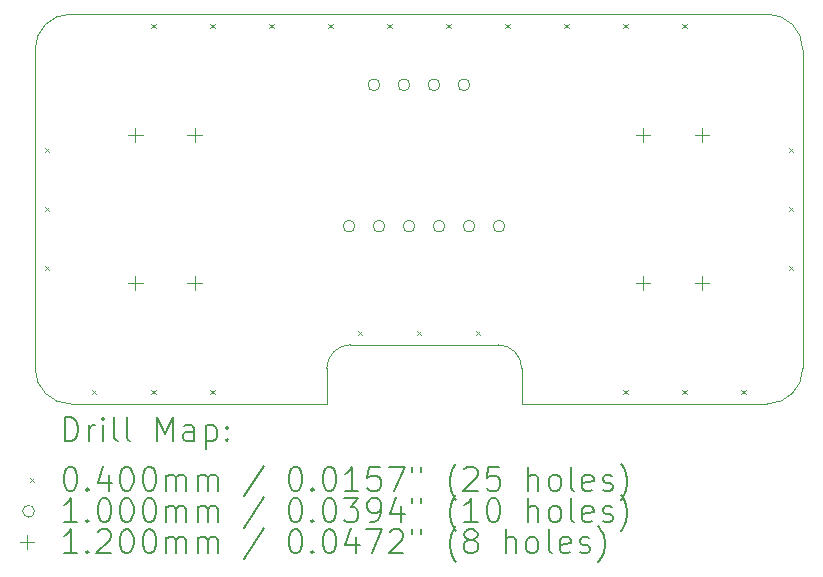
<source format=gbr>
%FSLAX45Y45*%
G04 Gerber Fmt 4.5, Leading zero omitted, Abs format (unit mm)*
G04 Created by KiCad (PCBNEW (6.0.4)) date 2022-03-24 17:43:34*
%MOMM*%
%LPD*%
G01*
G04 APERTURE LIST*
%TA.AperFunction,Profile*%
%ADD10C,0.100000*%
%TD*%
%ADD11C,0.200000*%
%ADD12C,0.040000*%
%ADD13C,0.100000*%
%ADD14C,0.120000*%
G04 APERTURE END LIST*
D10*
X14500000Y-8550000D02*
X14500000Y-8710000D01*
X10470000Y-11550000D02*
X10470000Y-11250000D01*
X13450000Y-8250000D02*
X14200000Y-8250000D01*
X8000000Y-8550000D02*
X8000000Y-11250000D01*
X8000000Y-11250000D02*
G75*
G03*
X8300000Y-11550000I300000J0D01*
G01*
X14500000Y-8550000D02*
G75*
G03*
X14200000Y-8250000I-300000J0D01*
G01*
X8300000Y-8250000D02*
G75*
G03*
X8000000Y-8550000I0J-300000D01*
G01*
X14200000Y-11550000D02*
G75*
G03*
X14500000Y-11250000I0J300000D01*
G01*
X14500000Y-10750000D02*
X14500000Y-11250000D01*
X10670000Y-11050000D02*
X11920000Y-11050000D01*
X12120000Y-11550000D02*
X14200000Y-11550000D01*
X10670000Y-11050000D02*
G75*
G03*
X10470000Y-11250000I0J-200000D01*
G01*
X12120000Y-11250000D02*
G75*
G03*
X11920000Y-11050000I-200000J0D01*
G01*
X10470000Y-11550000D02*
X8300000Y-11550000D01*
X11450000Y-8250000D02*
X13050000Y-8250000D01*
X12120000Y-11250000D02*
X12120000Y-11550000D01*
X14500000Y-9110000D02*
X14500000Y-10350000D01*
X8300000Y-8250000D02*
X9075000Y-8250000D01*
X9475000Y-8250000D02*
X11050000Y-8250000D01*
X14500000Y-10350000D02*
X14500000Y-10750000D01*
X14500000Y-8710000D02*
X14500000Y-9110000D01*
X13050000Y-8250000D02*
X13450000Y-8250000D01*
X11050000Y-8250000D02*
X11450000Y-8250000D01*
X9075000Y-8250000D02*
X9475000Y-8250000D01*
D11*
D12*
X8080000Y-9380000D02*
X8120000Y-9420000D01*
X8120000Y-9380000D02*
X8080000Y-9420000D01*
X8080000Y-9880000D02*
X8120000Y-9920000D01*
X8120000Y-9880000D02*
X8080000Y-9920000D01*
X8080000Y-10380000D02*
X8120000Y-10420000D01*
X8120000Y-10380000D02*
X8080000Y-10420000D01*
X8480000Y-11430000D02*
X8520000Y-11470000D01*
X8520000Y-11430000D02*
X8480000Y-11470000D01*
X8980000Y-8330000D02*
X9020000Y-8370000D01*
X9020000Y-8330000D02*
X8980000Y-8370000D01*
X8980000Y-11430000D02*
X9020000Y-11470000D01*
X9020000Y-11430000D02*
X8980000Y-11470000D01*
X9480000Y-8330000D02*
X9520000Y-8370000D01*
X9520000Y-8330000D02*
X9480000Y-8370000D01*
X9480000Y-11430000D02*
X9520000Y-11470000D01*
X9520000Y-11430000D02*
X9480000Y-11470000D01*
X9980000Y-8330000D02*
X10020000Y-8370000D01*
X10020000Y-8330000D02*
X9980000Y-8370000D01*
X10480000Y-8330000D02*
X10520000Y-8370000D01*
X10520000Y-8330000D02*
X10480000Y-8370000D01*
X10730000Y-10930000D02*
X10770000Y-10970000D01*
X10770000Y-10930000D02*
X10730000Y-10970000D01*
X10980000Y-8330000D02*
X11020000Y-8370000D01*
X11020000Y-8330000D02*
X10980000Y-8370000D01*
X11230000Y-10930000D02*
X11270000Y-10970000D01*
X11270000Y-10930000D02*
X11230000Y-10970000D01*
X11480000Y-8330000D02*
X11520000Y-8370000D01*
X11520000Y-8330000D02*
X11480000Y-8370000D01*
X11730000Y-10930000D02*
X11770000Y-10970000D01*
X11770000Y-10930000D02*
X11730000Y-10970000D01*
X11980000Y-8330000D02*
X12020000Y-8370000D01*
X12020000Y-8330000D02*
X11980000Y-8370000D01*
X12480000Y-8330000D02*
X12520000Y-8370000D01*
X12520000Y-8330000D02*
X12480000Y-8370000D01*
X12980000Y-8330000D02*
X13020000Y-8370000D01*
X13020000Y-8330000D02*
X12980000Y-8370000D01*
X12980000Y-11430000D02*
X13020000Y-11470000D01*
X13020000Y-11430000D02*
X12980000Y-11470000D01*
X13480000Y-8330000D02*
X13520000Y-8370000D01*
X13520000Y-8330000D02*
X13480000Y-8370000D01*
X13480000Y-11430000D02*
X13520000Y-11470000D01*
X13520000Y-11430000D02*
X13480000Y-11470000D01*
X13980000Y-11430000D02*
X14020000Y-11470000D01*
X14020000Y-11430000D02*
X13980000Y-11470000D01*
X14380000Y-9380000D02*
X14420000Y-9420000D01*
X14420000Y-9380000D02*
X14380000Y-9420000D01*
X14380000Y-9880000D02*
X14420000Y-9920000D01*
X14420000Y-9880000D02*
X14380000Y-9920000D01*
X14380000Y-10380000D02*
X14420000Y-10420000D01*
X14420000Y-10380000D02*
X14380000Y-10420000D01*
D13*
X10708000Y-10045000D02*
G75*
G03*
X10708000Y-10045000I-50000J0D01*
G01*
X10919000Y-8849000D02*
G75*
G03*
X10919000Y-8849000I-50000J0D01*
G01*
X10962000Y-10045000D02*
G75*
G03*
X10962000Y-10045000I-50000J0D01*
G01*
X11173000Y-8849000D02*
G75*
G03*
X11173000Y-8849000I-50000J0D01*
G01*
X11216000Y-10045000D02*
G75*
G03*
X11216000Y-10045000I-50000J0D01*
G01*
X11427000Y-8849000D02*
G75*
G03*
X11427000Y-8849000I-50000J0D01*
G01*
X11470000Y-10045000D02*
G75*
G03*
X11470000Y-10045000I-50000J0D01*
G01*
X11681000Y-8849000D02*
G75*
G03*
X11681000Y-8849000I-50000J0D01*
G01*
X11724000Y-10045000D02*
G75*
G03*
X11724000Y-10045000I-50000J0D01*
G01*
X11978000Y-10045000D02*
G75*
G03*
X11978000Y-10045000I-50000J0D01*
G01*
D14*
X8850000Y-9215000D02*
X8850000Y-9335000D01*
X8790000Y-9275000D02*
X8910000Y-9275000D01*
X8850000Y-10465000D02*
X8850000Y-10585000D01*
X8790000Y-10525000D02*
X8910000Y-10525000D01*
X9350000Y-9215000D02*
X9350000Y-9335000D01*
X9290000Y-9275000D02*
X9410000Y-9275000D01*
X9350000Y-10465000D02*
X9350000Y-10585000D01*
X9290000Y-10525000D02*
X9410000Y-10525000D01*
X13150000Y-9215000D02*
X13150000Y-9335000D01*
X13090000Y-9275000D02*
X13210000Y-9275000D01*
X13150000Y-10465000D02*
X13150000Y-10585000D01*
X13090000Y-10525000D02*
X13210000Y-10525000D01*
X13650000Y-9215000D02*
X13650000Y-9335000D01*
X13590000Y-9275000D02*
X13710000Y-9275000D01*
X13650000Y-10465000D02*
X13650000Y-10585000D01*
X13590000Y-10525000D02*
X13710000Y-10525000D01*
D11*
X8252619Y-11865476D02*
X8252619Y-11665476D01*
X8300238Y-11665476D01*
X8328809Y-11675000D01*
X8347857Y-11694048D01*
X8357381Y-11713095D01*
X8366905Y-11751190D01*
X8366905Y-11779762D01*
X8357381Y-11817857D01*
X8347857Y-11836905D01*
X8328809Y-11855952D01*
X8300238Y-11865476D01*
X8252619Y-11865476D01*
X8452619Y-11865476D02*
X8452619Y-11732143D01*
X8452619Y-11770238D02*
X8462143Y-11751190D01*
X8471667Y-11741667D01*
X8490714Y-11732143D01*
X8509762Y-11732143D01*
X8576429Y-11865476D02*
X8576429Y-11732143D01*
X8576429Y-11665476D02*
X8566905Y-11675000D01*
X8576429Y-11684524D01*
X8585952Y-11675000D01*
X8576429Y-11665476D01*
X8576429Y-11684524D01*
X8700238Y-11865476D02*
X8681190Y-11855952D01*
X8671667Y-11836905D01*
X8671667Y-11665476D01*
X8805000Y-11865476D02*
X8785952Y-11855952D01*
X8776429Y-11836905D01*
X8776429Y-11665476D01*
X9033571Y-11865476D02*
X9033571Y-11665476D01*
X9100238Y-11808333D01*
X9166905Y-11665476D01*
X9166905Y-11865476D01*
X9347857Y-11865476D02*
X9347857Y-11760714D01*
X9338333Y-11741667D01*
X9319286Y-11732143D01*
X9281190Y-11732143D01*
X9262143Y-11741667D01*
X9347857Y-11855952D02*
X9328810Y-11865476D01*
X9281190Y-11865476D01*
X9262143Y-11855952D01*
X9252619Y-11836905D01*
X9252619Y-11817857D01*
X9262143Y-11798809D01*
X9281190Y-11789286D01*
X9328810Y-11789286D01*
X9347857Y-11779762D01*
X9443095Y-11732143D02*
X9443095Y-11932143D01*
X9443095Y-11741667D02*
X9462143Y-11732143D01*
X9500238Y-11732143D01*
X9519286Y-11741667D01*
X9528810Y-11751190D01*
X9538333Y-11770238D01*
X9538333Y-11827381D01*
X9528810Y-11846428D01*
X9519286Y-11855952D01*
X9500238Y-11865476D01*
X9462143Y-11865476D01*
X9443095Y-11855952D01*
X9624048Y-11846428D02*
X9633571Y-11855952D01*
X9624048Y-11865476D01*
X9614524Y-11855952D01*
X9624048Y-11846428D01*
X9624048Y-11865476D01*
X9624048Y-11741667D02*
X9633571Y-11751190D01*
X9624048Y-11760714D01*
X9614524Y-11751190D01*
X9624048Y-11741667D01*
X9624048Y-11760714D01*
D12*
X7955000Y-12175000D02*
X7995000Y-12215000D01*
X7995000Y-12175000D02*
X7955000Y-12215000D01*
D11*
X8290714Y-12085476D02*
X8309762Y-12085476D01*
X8328809Y-12095000D01*
X8338333Y-12104524D01*
X8347857Y-12123571D01*
X8357381Y-12161667D01*
X8357381Y-12209286D01*
X8347857Y-12247381D01*
X8338333Y-12266428D01*
X8328809Y-12275952D01*
X8309762Y-12285476D01*
X8290714Y-12285476D01*
X8271667Y-12275952D01*
X8262143Y-12266428D01*
X8252619Y-12247381D01*
X8243095Y-12209286D01*
X8243095Y-12161667D01*
X8252619Y-12123571D01*
X8262143Y-12104524D01*
X8271667Y-12095000D01*
X8290714Y-12085476D01*
X8443095Y-12266428D02*
X8452619Y-12275952D01*
X8443095Y-12285476D01*
X8433571Y-12275952D01*
X8443095Y-12266428D01*
X8443095Y-12285476D01*
X8624048Y-12152143D02*
X8624048Y-12285476D01*
X8576429Y-12075952D02*
X8528810Y-12218809D01*
X8652619Y-12218809D01*
X8766905Y-12085476D02*
X8785952Y-12085476D01*
X8805000Y-12095000D01*
X8814524Y-12104524D01*
X8824048Y-12123571D01*
X8833571Y-12161667D01*
X8833571Y-12209286D01*
X8824048Y-12247381D01*
X8814524Y-12266428D01*
X8805000Y-12275952D01*
X8785952Y-12285476D01*
X8766905Y-12285476D01*
X8747857Y-12275952D01*
X8738333Y-12266428D01*
X8728810Y-12247381D01*
X8719286Y-12209286D01*
X8719286Y-12161667D01*
X8728810Y-12123571D01*
X8738333Y-12104524D01*
X8747857Y-12095000D01*
X8766905Y-12085476D01*
X8957381Y-12085476D02*
X8976429Y-12085476D01*
X8995476Y-12095000D01*
X9005000Y-12104524D01*
X9014524Y-12123571D01*
X9024048Y-12161667D01*
X9024048Y-12209286D01*
X9014524Y-12247381D01*
X9005000Y-12266428D01*
X8995476Y-12275952D01*
X8976429Y-12285476D01*
X8957381Y-12285476D01*
X8938333Y-12275952D01*
X8928810Y-12266428D01*
X8919286Y-12247381D01*
X8909762Y-12209286D01*
X8909762Y-12161667D01*
X8919286Y-12123571D01*
X8928810Y-12104524D01*
X8938333Y-12095000D01*
X8957381Y-12085476D01*
X9109762Y-12285476D02*
X9109762Y-12152143D01*
X9109762Y-12171190D02*
X9119286Y-12161667D01*
X9138333Y-12152143D01*
X9166905Y-12152143D01*
X9185952Y-12161667D01*
X9195476Y-12180714D01*
X9195476Y-12285476D01*
X9195476Y-12180714D02*
X9205000Y-12161667D01*
X9224048Y-12152143D01*
X9252619Y-12152143D01*
X9271667Y-12161667D01*
X9281190Y-12180714D01*
X9281190Y-12285476D01*
X9376429Y-12285476D02*
X9376429Y-12152143D01*
X9376429Y-12171190D02*
X9385952Y-12161667D01*
X9405000Y-12152143D01*
X9433571Y-12152143D01*
X9452619Y-12161667D01*
X9462143Y-12180714D01*
X9462143Y-12285476D01*
X9462143Y-12180714D02*
X9471667Y-12161667D01*
X9490714Y-12152143D01*
X9519286Y-12152143D01*
X9538333Y-12161667D01*
X9547857Y-12180714D01*
X9547857Y-12285476D01*
X9938333Y-12075952D02*
X9766905Y-12333095D01*
X10195476Y-12085476D02*
X10214524Y-12085476D01*
X10233571Y-12095000D01*
X10243095Y-12104524D01*
X10252619Y-12123571D01*
X10262143Y-12161667D01*
X10262143Y-12209286D01*
X10252619Y-12247381D01*
X10243095Y-12266428D01*
X10233571Y-12275952D01*
X10214524Y-12285476D01*
X10195476Y-12285476D01*
X10176429Y-12275952D01*
X10166905Y-12266428D01*
X10157381Y-12247381D01*
X10147857Y-12209286D01*
X10147857Y-12161667D01*
X10157381Y-12123571D01*
X10166905Y-12104524D01*
X10176429Y-12095000D01*
X10195476Y-12085476D01*
X10347857Y-12266428D02*
X10357381Y-12275952D01*
X10347857Y-12285476D01*
X10338333Y-12275952D01*
X10347857Y-12266428D01*
X10347857Y-12285476D01*
X10481190Y-12085476D02*
X10500238Y-12085476D01*
X10519286Y-12095000D01*
X10528810Y-12104524D01*
X10538333Y-12123571D01*
X10547857Y-12161667D01*
X10547857Y-12209286D01*
X10538333Y-12247381D01*
X10528810Y-12266428D01*
X10519286Y-12275952D01*
X10500238Y-12285476D01*
X10481190Y-12285476D01*
X10462143Y-12275952D01*
X10452619Y-12266428D01*
X10443095Y-12247381D01*
X10433571Y-12209286D01*
X10433571Y-12161667D01*
X10443095Y-12123571D01*
X10452619Y-12104524D01*
X10462143Y-12095000D01*
X10481190Y-12085476D01*
X10738333Y-12285476D02*
X10624048Y-12285476D01*
X10681190Y-12285476D02*
X10681190Y-12085476D01*
X10662143Y-12114048D01*
X10643095Y-12133095D01*
X10624048Y-12142619D01*
X10919286Y-12085476D02*
X10824048Y-12085476D01*
X10814524Y-12180714D01*
X10824048Y-12171190D01*
X10843095Y-12161667D01*
X10890714Y-12161667D01*
X10909762Y-12171190D01*
X10919286Y-12180714D01*
X10928810Y-12199762D01*
X10928810Y-12247381D01*
X10919286Y-12266428D01*
X10909762Y-12275952D01*
X10890714Y-12285476D01*
X10843095Y-12285476D01*
X10824048Y-12275952D01*
X10814524Y-12266428D01*
X10995476Y-12085476D02*
X11128810Y-12085476D01*
X11043095Y-12285476D01*
X11195476Y-12085476D02*
X11195476Y-12123571D01*
X11271667Y-12085476D02*
X11271667Y-12123571D01*
X11566905Y-12361667D02*
X11557381Y-12352143D01*
X11538333Y-12323571D01*
X11528809Y-12304524D01*
X11519286Y-12275952D01*
X11509762Y-12228333D01*
X11509762Y-12190238D01*
X11519286Y-12142619D01*
X11528809Y-12114048D01*
X11538333Y-12095000D01*
X11557381Y-12066428D01*
X11566905Y-12056905D01*
X11633571Y-12104524D02*
X11643095Y-12095000D01*
X11662143Y-12085476D01*
X11709762Y-12085476D01*
X11728809Y-12095000D01*
X11738333Y-12104524D01*
X11747857Y-12123571D01*
X11747857Y-12142619D01*
X11738333Y-12171190D01*
X11624048Y-12285476D01*
X11747857Y-12285476D01*
X11928809Y-12085476D02*
X11833571Y-12085476D01*
X11824048Y-12180714D01*
X11833571Y-12171190D01*
X11852619Y-12161667D01*
X11900238Y-12161667D01*
X11919286Y-12171190D01*
X11928809Y-12180714D01*
X11938333Y-12199762D01*
X11938333Y-12247381D01*
X11928809Y-12266428D01*
X11919286Y-12275952D01*
X11900238Y-12285476D01*
X11852619Y-12285476D01*
X11833571Y-12275952D01*
X11824048Y-12266428D01*
X12176428Y-12285476D02*
X12176428Y-12085476D01*
X12262143Y-12285476D02*
X12262143Y-12180714D01*
X12252619Y-12161667D01*
X12233571Y-12152143D01*
X12205000Y-12152143D01*
X12185952Y-12161667D01*
X12176428Y-12171190D01*
X12385952Y-12285476D02*
X12366905Y-12275952D01*
X12357381Y-12266428D01*
X12347857Y-12247381D01*
X12347857Y-12190238D01*
X12357381Y-12171190D01*
X12366905Y-12161667D01*
X12385952Y-12152143D01*
X12414524Y-12152143D01*
X12433571Y-12161667D01*
X12443095Y-12171190D01*
X12452619Y-12190238D01*
X12452619Y-12247381D01*
X12443095Y-12266428D01*
X12433571Y-12275952D01*
X12414524Y-12285476D01*
X12385952Y-12285476D01*
X12566905Y-12285476D02*
X12547857Y-12275952D01*
X12538333Y-12256905D01*
X12538333Y-12085476D01*
X12719286Y-12275952D02*
X12700238Y-12285476D01*
X12662143Y-12285476D01*
X12643095Y-12275952D01*
X12633571Y-12256905D01*
X12633571Y-12180714D01*
X12643095Y-12161667D01*
X12662143Y-12152143D01*
X12700238Y-12152143D01*
X12719286Y-12161667D01*
X12728809Y-12180714D01*
X12728809Y-12199762D01*
X12633571Y-12218809D01*
X12805000Y-12275952D02*
X12824048Y-12285476D01*
X12862143Y-12285476D01*
X12881190Y-12275952D01*
X12890714Y-12256905D01*
X12890714Y-12247381D01*
X12881190Y-12228333D01*
X12862143Y-12218809D01*
X12833571Y-12218809D01*
X12814524Y-12209286D01*
X12805000Y-12190238D01*
X12805000Y-12180714D01*
X12814524Y-12161667D01*
X12833571Y-12152143D01*
X12862143Y-12152143D01*
X12881190Y-12161667D01*
X12957381Y-12361667D02*
X12966905Y-12352143D01*
X12985952Y-12323571D01*
X12995476Y-12304524D01*
X13005000Y-12275952D01*
X13014524Y-12228333D01*
X13014524Y-12190238D01*
X13005000Y-12142619D01*
X12995476Y-12114048D01*
X12985952Y-12095000D01*
X12966905Y-12066428D01*
X12957381Y-12056905D01*
D13*
X7995000Y-12459000D02*
G75*
G03*
X7995000Y-12459000I-50000J0D01*
G01*
D11*
X8357381Y-12549476D02*
X8243095Y-12549476D01*
X8300238Y-12549476D02*
X8300238Y-12349476D01*
X8281190Y-12378048D01*
X8262143Y-12397095D01*
X8243095Y-12406619D01*
X8443095Y-12530428D02*
X8452619Y-12539952D01*
X8443095Y-12549476D01*
X8433571Y-12539952D01*
X8443095Y-12530428D01*
X8443095Y-12549476D01*
X8576429Y-12349476D02*
X8595476Y-12349476D01*
X8614524Y-12359000D01*
X8624048Y-12368524D01*
X8633571Y-12387571D01*
X8643095Y-12425667D01*
X8643095Y-12473286D01*
X8633571Y-12511381D01*
X8624048Y-12530428D01*
X8614524Y-12539952D01*
X8595476Y-12549476D01*
X8576429Y-12549476D01*
X8557381Y-12539952D01*
X8547857Y-12530428D01*
X8538333Y-12511381D01*
X8528810Y-12473286D01*
X8528810Y-12425667D01*
X8538333Y-12387571D01*
X8547857Y-12368524D01*
X8557381Y-12359000D01*
X8576429Y-12349476D01*
X8766905Y-12349476D02*
X8785952Y-12349476D01*
X8805000Y-12359000D01*
X8814524Y-12368524D01*
X8824048Y-12387571D01*
X8833571Y-12425667D01*
X8833571Y-12473286D01*
X8824048Y-12511381D01*
X8814524Y-12530428D01*
X8805000Y-12539952D01*
X8785952Y-12549476D01*
X8766905Y-12549476D01*
X8747857Y-12539952D01*
X8738333Y-12530428D01*
X8728810Y-12511381D01*
X8719286Y-12473286D01*
X8719286Y-12425667D01*
X8728810Y-12387571D01*
X8738333Y-12368524D01*
X8747857Y-12359000D01*
X8766905Y-12349476D01*
X8957381Y-12349476D02*
X8976429Y-12349476D01*
X8995476Y-12359000D01*
X9005000Y-12368524D01*
X9014524Y-12387571D01*
X9024048Y-12425667D01*
X9024048Y-12473286D01*
X9014524Y-12511381D01*
X9005000Y-12530428D01*
X8995476Y-12539952D01*
X8976429Y-12549476D01*
X8957381Y-12549476D01*
X8938333Y-12539952D01*
X8928810Y-12530428D01*
X8919286Y-12511381D01*
X8909762Y-12473286D01*
X8909762Y-12425667D01*
X8919286Y-12387571D01*
X8928810Y-12368524D01*
X8938333Y-12359000D01*
X8957381Y-12349476D01*
X9109762Y-12549476D02*
X9109762Y-12416143D01*
X9109762Y-12435190D02*
X9119286Y-12425667D01*
X9138333Y-12416143D01*
X9166905Y-12416143D01*
X9185952Y-12425667D01*
X9195476Y-12444714D01*
X9195476Y-12549476D01*
X9195476Y-12444714D02*
X9205000Y-12425667D01*
X9224048Y-12416143D01*
X9252619Y-12416143D01*
X9271667Y-12425667D01*
X9281190Y-12444714D01*
X9281190Y-12549476D01*
X9376429Y-12549476D02*
X9376429Y-12416143D01*
X9376429Y-12435190D02*
X9385952Y-12425667D01*
X9405000Y-12416143D01*
X9433571Y-12416143D01*
X9452619Y-12425667D01*
X9462143Y-12444714D01*
X9462143Y-12549476D01*
X9462143Y-12444714D02*
X9471667Y-12425667D01*
X9490714Y-12416143D01*
X9519286Y-12416143D01*
X9538333Y-12425667D01*
X9547857Y-12444714D01*
X9547857Y-12549476D01*
X9938333Y-12339952D02*
X9766905Y-12597095D01*
X10195476Y-12349476D02*
X10214524Y-12349476D01*
X10233571Y-12359000D01*
X10243095Y-12368524D01*
X10252619Y-12387571D01*
X10262143Y-12425667D01*
X10262143Y-12473286D01*
X10252619Y-12511381D01*
X10243095Y-12530428D01*
X10233571Y-12539952D01*
X10214524Y-12549476D01*
X10195476Y-12549476D01*
X10176429Y-12539952D01*
X10166905Y-12530428D01*
X10157381Y-12511381D01*
X10147857Y-12473286D01*
X10147857Y-12425667D01*
X10157381Y-12387571D01*
X10166905Y-12368524D01*
X10176429Y-12359000D01*
X10195476Y-12349476D01*
X10347857Y-12530428D02*
X10357381Y-12539952D01*
X10347857Y-12549476D01*
X10338333Y-12539952D01*
X10347857Y-12530428D01*
X10347857Y-12549476D01*
X10481190Y-12349476D02*
X10500238Y-12349476D01*
X10519286Y-12359000D01*
X10528810Y-12368524D01*
X10538333Y-12387571D01*
X10547857Y-12425667D01*
X10547857Y-12473286D01*
X10538333Y-12511381D01*
X10528810Y-12530428D01*
X10519286Y-12539952D01*
X10500238Y-12549476D01*
X10481190Y-12549476D01*
X10462143Y-12539952D01*
X10452619Y-12530428D01*
X10443095Y-12511381D01*
X10433571Y-12473286D01*
X10433571Y-12425667D01*
X10443095Y-12387571D01*
X10452619Y-12368524D01*
X10462143Y-12359000D01*
X10481190Y-12349476D01*
X10614524Y-12349476D02*
X10738333Y-12349476D01*
X10671667Y-12425667D01*
X10700238Y-12425667D01*
X10719286Y-12435190D01*
X10728810Y-12444714D01*
X10738333Y-12463762D01*
X10738333Y-12511381D01*
X10728810Y-12530428D01*
X10719286Y-12539952D01*
X10700238Y-12549476D01*
X10643095Y-12549476D01*
X10624048Y-12539952D01*
X10614524Y-12530428D01*
X10833571Y-12549476D02*
X10871667Y-12549476D01*
X10890714Y-12539952D01*
X10900238Y-12530428D01*
X10919286Y-12501857D01*
X10928810Y-12463762D01*
X10928810Y-12387571D01*
X10919286Y-12368524D01*
X10909762Y-12359000D01*
X10890714Y-12349476D01*
X10852619Y-12349476D01*
X10833571Y-12359000D01*
X10824048Y-12368524D01*
X10814524Y-12387571D01*
X10814524Y-12435190D01*
X10824048Y-12454238D01*
X10833571Y-12463762D01*
X10852619Y-12473286D01*
X10890714Y-12473286D01*
X10909762Y-12463762D01*
X10919286Y-12454238D01*
X10928810Y-12435190D01*
X11100238Y-12416143D02*
X11100238Y-12549476D01*
X11052619Y-12339952D02*
X11005000Y-12482809D01*
X11128810Y-12482809D01*
X11195476Y-12349476D02*
X11195476Y-12387571D01*
X11271667Y-12349476D02*
X11271667Y-12387571D01*
X11566905Y-12625667D02*
X11557381Y-12616143D01*
X11538333Y-12587571D01*
X11528809Y-12568524D01*
X11519286Y-12539952D01*
X11509762Y-12492333D01*
X11509762Y-12454238D01*
X11519286Y-12406619D01*
X11528809Y-12378048D01*
X11538333Y-12359000D01*
X11557381Y-12330428D01*
X11566905Y-12320905D01*
X11747857Y-12549476D02*
X11633571Y-12549476D01*
X11690714Y-12549476D02*
X11690714Y-12349476D01*
X11671667Y-12378048D01*
X11652619Y-12397095D01*
X11633571Y-12406619D01*
X11871667Y-12349476D02*
X11890714Y-12349476D01*
X11909762Y-12359000D01*
X11919286Y-12368524D01*
X11928809Y-12387571D01*
X11938333Y-12425667D01*
X11938333Y-12473286D01*
X11928809Y-12511381D01*
X11919286Y-12530428D01*
X11909762Y-12539952D01*
X11890714Y-12549476D01*
X11871667Y-12549476D01*
X11852619Y-12539952D01*
X11843095Y-12530428D01*
X11833571Y-12511381D01*
X11824048Y-12473286D01*
X11824048Y-12425667D01*
X11833571Y-12387571D01*
X11843095Y-12368524D01*
X11852619Y-12359000D01*
X11871667Y-12349476D01*
X12176428Y-12549476D02*
X12176428Y-12349476D01*
X12262143Y-12549476D02*
X12262143Y-12444714D01*
X12252619Y-12425667D01*
X12233571Y-12416143D01*
X12205000Y-12416143D01*
X12185952Y-12425667D01*
X12176428Y-12435190D01*
X12385952Y-12549476D02*
X12366905Y-12539952D01*
X12357381Y-12530428D01*
X12347857Y-12511381D01*
X12347857Y-12454238D01*
X12357381Y-12435190D01*
X12366905Y-12425667D01*
X12385952Y-12416143D01*
X12414524Y-12416143D01*
X12433571Y-12425667D01*
X12443095Y-12435190D01*
X12452619Y-12454238D01*
X12452619Y-12511381D01*
X12443095Y-12530428D01*
X12433571Y-12539952D01*
X12414524Y-12549476D01*
X12385952Y-12549476D01*
X12566905Y-12549476D02*
X12547857Y-12539952D01*
X12538333Y-12520905D01*
X12538333Y-12349476D01*
X12719286Y-12539952D02*
X12700238Y-12549476D01*
X12662143Y-12549476D01*
X12643095Y-12539952D01*
X12633571Y-12520905D01*
X12633571Y-12444714D01*
X12643095Y-12425667D01*
X12662143Y-12416143D01*
X12700238Y-12416143D01*
X12719286Y-12425667D01*
X12728809Y-12444714D01*
X12728809Y-12463762D01*
X12633571Y-12482809D01*
X12805000Y-12539952D02*
X12824048Y-12549476D01*
X12862143Y-12549476D01*
X12881190Y-12539952D01*
X12890714Y-12520905D01*
X12890714Y-12511381D01*
X12881190Y-12492333D01*
X12862143Y-12482809D01*
X12833571Y-12482809D01*
X12814524Y-12473286D01*
X12805000Y-12454238D01*
X12805000Y-12444714D01*
X12814524Y-12425667D01*
X12833571Y-12416143D01*
X12862143Y-12416143D01*
X12881190Y-12425667D01*
X12957381Y-12625667D02*
X12966905Y-12616143D01*
X12985952Y-12587571D01*
X12995476Y-12568524D01*
X13005000Y-12539952D01*
X13014524Y-12492333D01*
X13014524Y-12454238D01*
X13005000Y-12406619D01*
X12995476Y-12378048D01*
X12985952Y-12359000D01*
X12966905Y-12330428D01*
X12957381Y-12320905D01*
D14*
X7935000Y-12663000D02*
X7935000Y-12783000D01*
X7875000Y-12723000D02*
X7995000Y-12723000D01*
D11*
X8357381Y-12813476D02*
X8243095Y-12813476D01*
X8300238Y-12813476D02*
X8300238Y-12613476D01*
X8281190Y-12642048D01*
X8262143Y-12661095D01*
X8243095Y-12670619D01*
X8443095Y-12794428D02*
X8452619Y-12803952D01*
X8443095Y-12813476D01*
X8433571Y-12803952D01*
X8443095Y-12794428D01*
X8443095Y-12813476D01*
X8528810Y-12632524D02*
X8538333Y-12623000D01*
X8557381Y-12613476D01*
X8605000Y-12613476D01*
X8624048Y-12623000D01*
X8633571Y-12632524D01*
X8643095Y-12651571D01*
X8643095Y-12670619D01*
X8633571Y-12699190D01*
X8519286Y-12813476D01*
X8643095Y-12813476D01*
X8766905Y-12613476D02*
X8785952Y-12613476D01*
X8805000Y-12623000D01*
X8814524Y-12632524D01*
X8824048Y-12651571D01*
X8833571Y-12689667D01*
X8833571Y-12737286D01*
X8824048Y-12775381D01*
X8814524Y-12794428D01*
X8805000Y-12803952D01*
X8785952Y-12813476D01*
X8766905Y-12813476D01*
X8747857Y-12803952D01*
X8738333Y-12794428D01*
X8728810Y-12775381D01*
X8719286Y-12737286D01*
X8719286Y-12689667D01*
X8728810Y-12651571D01*
X8738333Y-12632524D01*
X8747857Y-12623000D01*
X8766905Y-12613476D01*
X8957381Y-12613476D02*
X8976429Y-12613476D01*
X8995476Y-12623000D01*
X9005000Y-12632524D01*
X9014524Y-12651571D01*
X9024048Y-12689667D01*
X9024048Y-12737286D01*
X9014524Y-12775381D01*
X9005000Y-12794428D01*
X8995476Y-12803952D01*
X8976429Y-12813476D01*
X8957381Y-12813476D01*
X8938333Y-12803952D01*
X8928810Y-12794428D01*
X8919286Y-12775381D01*
X8909762Y-12737286D01*
X8909762Y-12689667D01*
X8919286Y-12651571D01*
X8928810Y-12632524D01*
X8938333Y-12623000D01*
X8957381Y-12613476D01*
X9109762Y-12813476D02*
X9109762Y-12680143D01*
X9109762Y-12699190D02*
X9119286Y-12689667D01*
X9138333Y-12680143D01*
X9166905Y-12680143D01*
X9185952Y-12689667D01*
X9195476Y-12708714D01*
X9195476Y-12813476D01*
X9195476Y-12708714D02*
X9205000Y-12689667D01*
X9224048Y-12680143D01*
X9252619Y-12680143D01*
X9271667Y-12689667D01*
X9281190Y-12708714D01*
X9281190Y-12813476D01*
X9376429Y-12813476D02*
X9376429Y-12680143D01*
X9376429Y-12699190D02*
X9385952Y-12689667D01*
X9405000Y-12680143D01*
X9433571Y-12680143D01*
X9452619Y-12689667D01*
X9462143Y-12708714D01*
X9462143Y-12813476D01*
X9462143Y-12708714D02*
X9471667Y-12689667D01*
X9490714Y-12680143D01*
X9519286Y-12680143D01*
X9538333Y-12689667D01*
X9547857Y-12708714D01*
X9547857Y-12813476D01*
X9938333Y-12603952D02*
X9766905Y-12861095D01*
X10195476Y-12613476D02*
X10214524Y-12613476D01*
X10233571Y-12623000D01*
X10243095Y-12632524D01*
X10252619Y-12651571D01*
X10262143Y-12689667D01*
X10262143Y-12737286D01*
X10252619Y-12775381D01*
X10243095Y-12794428D01*
X10233571Y-12803952D01*
X10214524Y-12813476D01*
X10195476Y-12813476D01*
X10176429Y-12803952D01*
X10166905Y-12794428D01*
X10157381Y-12775381D01*
X10147857Y-12737286D01*
X10147857Y-12689667D01*
X10157381Y-12651571D01*
X10166905Y-12632524D01*
X10176429Y-12623000D01*
X10195476Y-12613476D01*
X10347857Y-12794428D02*
X10357381Y-12803952D01*
X10347857Y-12813476D01*
X10338333Y-12803952D01*
X10347857Y-12794428D01*
X10347857Y-12813476D01*
X10481190Y-12613476D02*
X10500238Y-12613476D01*
X10519286Y-12623000D01*
X10528810Y-12632524D01*
X10538333Y-12651571D01*
X10547857Y-12689667D01*
X10547857Y-12737286D01*
X10538333Y-12775381D01*
X10528810Y-12794428D01*
X10519286Y-12803952D01*
X10500238Y-12813476D01*
X10481190Y-12813476D01*
X10462143Y-12803952D01*
X10452619Y-12794428D01*
X10443095Y-12775381D01*
X10433571Y-12737286D01*
X10433571Y-12689667D01*
X10443095Y-12651571D01*
X10452619Y-12632524D01*
X10462143Y-12623000D01*
X10481190Y-12613476D01*
X10719286Y-12680143D02*
X10719286Y-12813476D01*
X10671667Y-12603952D02*
X10624048Y-12746809D01*
X10747857Y-12746809D01*
X10805000Y-12613476D02*
X10938333Y-12613476D01*
X10852619Y-12813476D01*
X11005000Y-12632524D02*
X11014524Y-12623000D01*
X11033571Y-12613476D01*
X11081190Y-12613476D01*
X11100238Y-12623000D01*
X11109762Y-12632524D01*
X11119286Y-12651571D01*
X11119286Y-12670619D01*
X11109762Y-12699190D01*
X10995476Y-12813476D01*
X11119286Y-12813476D01*
X11195476Y-12613476D02*
X11195476Y-12651571D01*
X11271667Y-12613476D02*
X11271667Y-12651571D01*
X11566905Y-12889667D02*
X11557381Y-12880143D01*
X11538333Y-12851571D01*
X11528809Y-12832524D01*
X11519286Y-12803952D01*
X11509762Y-12756333D01*
X11509762Y-12718238D01*
X11519286Y-12670619D01*
X11528809Y-12642048D01*
X11538333Y-12623000D01*
X11557381Y-12594428D01*
X11566905Y-12584905D01*
X11671667Y-12699190D02*
X11652619Y-12689667D01*
X11643095Y-12680143D01*
X11633571Y-12661095D01*
X11633571Y-12651571D01*
X11643095Y-12632524D01*
X11652619Y-12623000D01*
X11671667Y-12613476D01*
X11709762Y-12613476D01*
X11728809Y-12623000D01*
X11738333Y-12632524D01*
X11747857Y-12651571D01*
X11747857Y-12661095D01*
X11738333Y-12680143D01*
X11728809Y-12689667D01*
X11709762Y-12699190D01*
X11671667Y-12699190D01*
X11652619Y-12708714D01*
X11643095Y-12718238D01*
X11633571Y-12737286D01*
X11633571Y-12775381D01*
X11643095Y-12794428D01*
X11652619Y-12803952D01*
X11671667Y-12813476D01*
X11709762Y-12813476D01*
X11728809Y-12803952D01*
X11738333Y-12794428D01*
X11747857Y-12775381D01*
X11747857Y-12737286D01*
X11738333Y-12718238D01*
X11728809Y-12708714D01*
X11709762Y-12699190D01*
X11985952Y-12813476D02*
X11985952Y-12613476D01*
X12071667Y-12813476D02*
X12071667Y-12708714D01*
X12062143Y-12689667D01*
X12043095Y-12680143D01*
X12014524Y-12680143D01*
X11995476Y-12689667D01*
X11985952Y-12699190D01*
X12195476Y-12813476D02*
X12176428Y-12803952D01*
X12166905Y-12794428D01*
X12157381Y-12775381D01*
X12157381Y-12718238D01*
X12166905Y-12699190D01*
X12176428Y-12689667D01*
X12195476Y-12680143D01*
X12224048Y-12680143D01*
X12243095Y-12689667D01*
X12252619Y-12699190D01*
X12262143Y-12718238D01*
X12262143Y-12775381D01*
X12252619Y-12794428D01*
X12243095Y-12803952D01*
X12224048Y-12813476D01*
X12195476Y-12813476D01*
X12376428Y-12813476D02*
X12357381Y-12803952D01*
X12347857Y-12784905D01*
X12347857Y-12613476D01*
X12528809Y-12803952D02*
X12509762Y-12813476D01*
X12471667Y-12813476D01*
X12452619Y-12803952D01*
X12443095Y-12784905D01*
X12443095Y-12708714D01*
X12452619Y-12689667D01*
X12471667Y-12680143D01*
X12509762Y-12680143D01*
X12528809Y-12689667D01*
X12538333Y-12708714D01*
X12538333Y-12727762D01*
X12443095Y-12746809D01*
X12614524Y-12803952D02*
X12633571Y-12813476D01*
X12671667Y-12813476D01*
X12690714Y-12803952D01*
X12700238Y-12784905D01*
X12700238Y-12775381D01*
X12690714Y-12756333D01*
X12671667Y-12746809D01*
X12643095Y-12746809D01*
X12624048Y-12737286D01*
X12614524Y-12718238D01*
X12614524Y-12708714D01*
X12624048Y-12689667D01*
X12643095Y-12680143D01*
X12671667Y-12680143D01*
X12690714Y-12689667D01*
X12766905Y-12889667D02*
X12776428Y-12880143D01*
X12795476Y-12851571D01*
X12805000Y-12832524D01*
X12814524Y-12803952D01*
X12824048Y-12756333D01*
X12824048Y-12718238D01*
X12814524Y-12670619D01*
X12805000Y-12642048D01*
X12795476Y-12623000D01*
X12776428Y-12594428D01*
X12766905Y-12584905D01*
M02*

</source>
